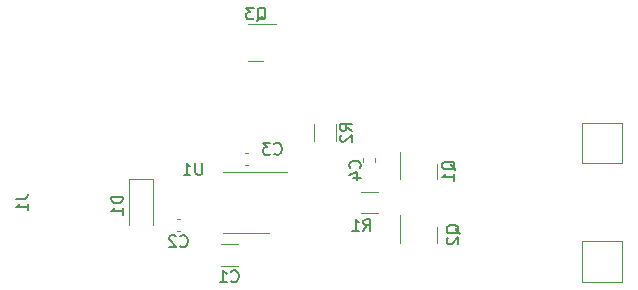
<source format=gbr>
%TF.GenerationSoftware,KiCad,Pcbnew,6.0.2+dfsg-1*%
%TF.CreationDate,2023-06-12T22:10:06+04:00*%
%TF.ProjectId,signal_generator,7369676e-616c-45f6-9765-6e657261746f,rev?*%
%TF.SameCoordinates,Original*%
%TF.FileFunction,Legend,Bot*%
%TF.FilePolarity,Positive*%
%FSLAX46Y46*%
G04 Gerber Fmt 4.6, Leading zero omitted, Abs format (unit mm)*
G04 Created by KiCad (PCBNEW 6.0.2+dfsg-1) date 2023-06-12 22:10:06*
%MOMM*%
%LPD*%
G01*
G04 APERTURE LIST*
%ADD10C,0.150000*%
%ADD11C,0.120000*%
G04 APERTURE END LIST*
D10*
%TO.C,J1*%
X65402380Y-103566666D02*
X66116666Y-103566666D01*
X66259523Y-103519047D01*
X66354761Y-103423809D01*
X66402380Y-103280952D01*
X66402380Y-103185714D01*
X66402380Y-104566666D02*
X66402380Y-103995238D01*
X66402380Y-104280952D02*
X65402380Y-104280952D01*
X65545238Y-104185714D01*
X65640476Y-104090476D01*
X65688095Y-103995238D01*
%TO.C,C3*%
X87266666Y-99757142D02*
X87314285Y-99804761D01*
X87457142Y-99852380D01*
X87552380Y-99852380D01*
X87695238Y-99804761D01*
X87790476Y-99709523D01*
X87838095Y-99614285D01*
X87885714Y-99423809D01*
X87885714Y-99280952D01*
X87838095Y-99090476D01*
X87790476Y-98995238D01*
X87695238Y-98900000D01*
X87552380Y-98852380D01*
X87457142Y-98852380D01*
X87314285Y-98900000D01*
X87266666Y-98947619D01*
X86933333Y-98852380D02*
X86314285Y-98852380D01*
X86647619Y-99233333D01*
X86504761Y-99233333D01*
X86409523Y-99280952D01*
X86361904Y-99328571D01*
X86314285Y-99423809D01*
X86314285Y-99661904D01*
X86361904Y-99757142D01*
X86409523Y-99804761D01*
X86504761Y-99852380D01*
X86790476Y-99852380D01*
X86885714Y-99804761D01*
X86933333Y-99757142D01*
%TO.C,D1*%
X74452380Y-103411904D02*
X73452380Y-103411904D01*
X73452380Y-103650000D01*
X73500000Y-103792857D01*
X73595238Y-103888095D01*
X73690476Y-103935714D01*
X73880952Y-103983333D01*
X74023809Y-103983333D01*
X74214285Y-103935714D01*
X74309523Y-103888095D01*
X74404761Y-103792857D01*
X74452380Y-103650000D01*
X74452380Y-103411904D01*
X74452380Y-104935714D02*
X74452380Y-104364285D01*
X74452380Y-104650000D02*
X73452380Y-104650000D01*
X73595238Y-104554761D01*
X73690476Y-104459523D01*
X73738095Y-104364285D01*
%TO.C,Q2*%
X102947619Y-106554761D02*
X102900000Y-106459523D01*
X102804761Y-106364285D01*
X102661904Y-106221428D01*
X102614285Y-106126190D01*
X102614285Y-106030952D01*
X102852380Y-106078571D02*
X102804761Y-105983333D01*
X102709523Y-105888095D01*
X102519047Y-105840476D01*
X102185714Y-105840476D01*
X101995238Y-105888095D01*
X101900000Y-105983333D01*
X101852380Y-106078571D01*
X101852380Y-106269047D01*
X101900000Y-106364285D01*
X101995238Y-106459523D01*
X102185714Y-106507142D01*
X102519047Y-106507142D01*
X102709523Y-106459523D01*
X102804761Y-106364285D01*
X102852380Y-106269047D01*
X102852380Y-106078571D01*
X101947619Y-106888095D02*
X101900000Y-106935714D01*
X101852380Y-107030952D01*
X101852380Y-107269047D01*
X101900000Y-107364285D01*
X101947619Y-107411904D01*
X102042857Y-107459523D01*
X102138095Y-107459523D01*
X102280952Y-107411904D01*
X102852380Y-106840476D01*
X102852380Y-107459523D01*
%TO.C,C1*%
X83616666Y-110557142D02*
X83664285Y-110604761D01*
X83807142Y-110652380D01*
X83902380Y-110652380D01*
X84045238Y-110604761D01*
X84140476Y-110509523D01*
X84188095Y-110414285D01*
X84235714Y-110223809D01*
X84235714Y-110080952D01*
X84188095Y-109890476D01*
X84140476Y-109795238D01*
X84045238Y-109700000D01*
X83902380Y-109652380D01*
X83807142Y-109652380D01*
X83664285Y-109700000D01*
X83616666Y-109747619D01*
X82664285Y-110652380D02*
X83235714Y-110652380D01*
X82950000Y-110652380D02*
X82950000Y-109652380D01*
X83045238Y-109795238D01*
X83140476Y-109890476D01*
X83235714Y-109938095D01*
%TO.C,U1*%
X81161904Y-100552380D02*
X81161904Y-101361904D01*
X81114285Y-101457142D01*
X81066666Y-101504761D01*
X80971428Y-101552380D01*
X80780952Y-101552380D01*
X80685714Y-101504761D01*
X80638095Y-101457142D01*
X80590476Y-101361904D01*
X80590476Y-100552380D01*
X79590476Y-101552380D02*
X80161904Y-101552380D01*
X79876190Y-101552380D02*
X79876190Y-100552380D01*
X79971428Y-100695238D01*
X80066666Y-100790476D01*
X80161904Y-100838095D01*
%TO.C,Q1*%
X102597619Y-101154761D02*
X102550000Y-101059523D01*
X102454761Y-100964285D01*
X102311904Y-100821428D01*
X102264285Y-100726190D01*
X102264285Y-100630952D01*
X102502380Y-100678571D02*
X102454761Y-100583333D01*
X102359523Y-100488095D01*
X102169047Y-100440476D01*
X101835714Y-100440476D01*
X101645238Y-100488095D01*
X101550000Y-100583333D01*
X101502380Y-100678571D01*
X101502380Y-100869047D01*
X101550000Y-100964285D01*
X101645238Y-101059523D01*
X101835714Y-101107142D01*
X102169047Y-101107142D01*
X102359523Y-101059523D01*
X102454761Y-100964285D01*
X102502380Y-100869047D01*
X102502380Y-100678571D01*
X102502380Y-102059523D02*
X102502380Y-101488095D01*
X102502380Y-101773809D02*
X101502380Y-101773809D01*
X101645238Y-101678571D01*
X101740476Y-101583333D01*
X101788095Y-101488095D01*
%TO.C,C4*%
X94507142Y-100983333D02*
X94554761Y-100935714D01*
X94602380Y-100792857D01*
X94602380Y-100697619D01*
X94554761Y-100554761D01*
X94459523Y-100459523D01*
X94364285Y-100411904D01*
X94173809Y-100364285D01*
X94030952Y-100364285D01*
X93840476Y-100411904D01*
X93745238Y-100459523D01*
X93650000Y-100554761D01*
X93602380Y-100697619D01*
X93602380Y-100792857D01*
X93650000Y-100935714D01*
X93697619Y-100983333D01*
X93935714Y-101840476D02*
X94602380Y-101840476D01*
X93554761Y-101602380D02*
X94269047Y-101364285D01*
X94269047Y-101983333D01*
%TO.C,Q3*%
X85795238Y-88497619D02*
X85890476Y-88450000D01*
X85985714Y-88354761D01*
X86128571Y-88211904D01*
X86223809Y-88164285D01*
X86319047Y-88164285D01*
X86271428Y-88402380D02*
X86366666Y-88354761D01*
X86461904Y-88259523D01*
X86509523Y-88069047D01*
X86509523Y-87735714D01*
X86461904Y-87545238D01*
X86366666Y-87450000D01*
X86271428Y-87402380D01*
X86080952Y-87402380D01*
X85985714Y-87450000D01*
X85890476Y-87545238D01*
X85842857Y-87735714D01*
X85842857Y-88069047D01*
X85890476Y-88259523D01*
X85985714Y-88354761D01*
X86080952Y-88402380D01*
X86271428Y-88402380D01*
X85509523Y-87402380D02*
X84890476Y-87402380D01*
X85223809Y-87783333D01*
X85080952Y-87783333D01*
X84985714Y-87830952D01*
X84938095Y-87878571D01*
X84890476Y-87973809D01*
X84890476Y-88211904D01*
X84938095Y-88307142D01*
X84985714Y-88354761D01*
X85080952Y-88402380D01*
X85366666Y-88402380D01*
X85461904Y-88354761D01*
X85509523Y-88307142D01*
%TO.C,C2*%
X79316666Y-107587142D02*
X79364285Y-107634761D01*
X79507142Y-107682380D01*
X79602380Y-107682380D01*
X79745238Y-107634761D01*
X79840476Y-107539523D01*
X79888095Y-107444285D01*
X79935714Y-107253809D01*
X79935714Y-107110952D01*
X79888095Y-106920476D01*
X79840476Y-106825238D01*
X79745238Y-106730000D01*
X79602380Y-106682380D01*
X79507142Y-106682380D01*
X79364285Y-106730000D01*
X79316666Y-106777619D01*
X78935714Y-106777619D02*
X78888095Y-106730000D01*
X78792857Y-106682380D01*
X78554761Y-106682380D01*
X78459523Y-106730000D01*
X78411904Y-106777619D01*
X78364285Y-106872857D01*
X78364285Y-106968095D01*
X78411904Y-107110952D01*
X78983333Y-107682380D01*
X78364285Y-107682380D01*
%TO.C,R2*%
X93822380Y-97833333D02*
X93346190Y-97500000D01*
X93822380Y-97261904D02*
X92822380Y-97261904D01*
X92822380Y-97642857D01*
X92870000Y-97738095D01*
X92917619Y-97785714D01*
X93012857Y-97833333D01*
X93155714Y-97833333D01*
X93250952Y-97785714D01*
X93298571Y-97738095D01*
X93346190Y-97642857D01*
X93346190Y-97261904D01*
X92917619Y-98214285D02*
X92870000Y-98261904D01*
X92822380Y-98357142D01*
X92822380Y-98595238D01*
X92870000Y-98690476D01*
X92917619Y-98738095D01*
X93012857Y-98785714D01*
X93108095Y-98785714D01*
X93250952Y-98738095D01*
X93822380Y-98166666D01*
X93822380Y-98785714D01*
%TO.C,R1*%
X94816666Y-106302380D02*
X95150000Y-105826190D01*
X95388095Y-106302380D02*
X95388095Y-105302380D01*
X95007142Y-105302380D01*
X94911904Y-105350000D01*
X94864285Y-105397619D01*
X94816666Y-105492857D01*
X94816666Y-105635714D01*
X94864285Y-105730952D01*
X94911904Y-105778571D01*
X95007142Y-105826190D01*
X95388095Y-105826190D01*
X93864285Y-106302380D02*
X94435714Y-106302380D01*
X94150000Y-106302380D02*
X94150000Y-105302380D01*
X94245238Y-105445238D01*
X94340476Y-105540476D01*
X94435714Y-105588095D01*
D11*
%TO.C,J4*%
X116700000Y-97200000D02*
X113300000Y-97200000D01*
X113300000Y-97200000D02*
X113300000Y-100600000D01*
X116700000Y-100600000D02*
X116700000Y-97200000D01*
X113300000Y-100600000D02*
X116700000Y-100600000D01*
%TO.C,C3*%
X85065580Y-100710000D02*
X84784420Y-100710000D01*
X85065580Y-99690000D02*
X84784420Y-99690000D01*
%TO.C,D1*%
X75000000Y-101900000D02*
X75000000Y-105800000D01*
X75000000Y-101900000D02*
X77000000Y-101900000D01*
X77000000Y-101900000D02*
X77000000Y-105800000D01*
%TO.C,Q2*%
X97940000Y-106662500D02*
X97940000Y-107312500D01*
X97940000Y-106662500D02*
X97940000Y-104987500D01*
X101060000Y-106662500D02*
X101060000Y-107312500D01*
X101060000Y-106662500D02*
X101060000Y-106012500D01*
%TO.C,C1*%
X82738748Y-109260000D02*
X84161252Y-109260000D01*
X82738748Y-107440000D02*
X84161252Y-107440000D01*
%TO.C,J5*%
X113300000Y-107200000D02*
X113300000Y-110600000D01*
X116700000Y-110600000D02*
X116700000Y-107200000D01*
X116700000Y-107200000D02*
X113300000Y-107200000D01*
X113300000Y-110600000D02*
X116700000Y-110600000D01*
%TO.C,U1*%
X84900000Y-106460000D02*
X86850000Y-106460000D01*
X84900000Y-101340000D02*
X88350000Y-101340000D01*
X84900000Y-106460000D02*
X82950000Y-106460000D01*
X84900000Y-101340000D02*
X82950000Y-101340000D01*
%TO.C,Q1*%
X101060000Y-101262500D02*
X101060000Y-101912500D01*
X101060000Y-101262500D02*
X101060000Y-100612500D01*
X97940000Y-101262500D02*
X97940000Y-99587500D01*
X97940000Y-101262500D02*
X97940000Y-101912500D01*
%TO.C,C4*%
X94790000Y-100440580D02*
X94790000Y-100159420D01*
X95810000Y-100440580D02*
X95810000Y-100159420D01*
%TO.C,Q3*%
X85700000Y-88790000D02*
X87375000Y-88790000D01*
X85700000Y-91910000D02*
X86350000Y-91910000D01*
X85700000Y-88790000D02*
X85050000Y-88790000D01*
X85700000Y-91910000D02*
X85050000Y-91910000D01*
%TO.C,C2*%
X79009420Y-106310000D02*
X79290580Y-106310000D01*
X79009420Y-105290000D02*
X79290580Y-105290000D01*
%TO.C,R2*%
X90640000Y-98727064D02*
X90640000Y-97272936D01*
X92460000Y-98727064D02*
X92460000Y-97272936D01*
%TO.C,R1*%
X94585436Y-104810000D02*
X96039564Y-104810000D01*
X94585436Y-102990000D02*
X96039564Y-102990000D01*
%TD*%
M02*

</source>
